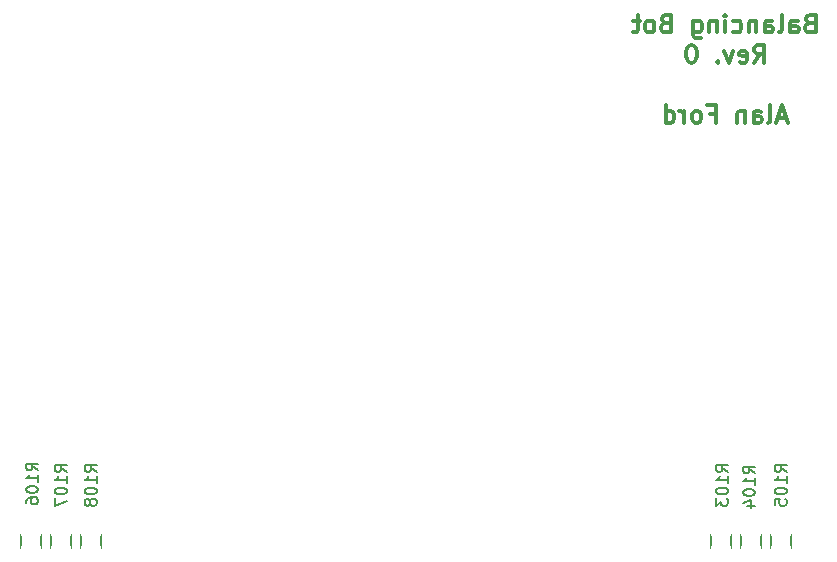
<source format=gbo>
G04 #@! TF.FileFunction,Legend,Bot*
%FSLAX46Y46*%
G04 Gerber Fmt 4.6, Leading zero omitted, Abs format (unit mm)*
G04 Created by KiCad (PCBNEW 4.0.5) date Tuesday, September 05, 2017 'PMt' 07:35:30 PM*
%MOMM*%
%LPD*%
G01*
G04 APERTURE LIST*
%ADD10C,0.100000*%
%ADD11C,0.300000*%
%ADD12C,0.150000*%
%ADD13C,3.575000*%
%ADD14C,1.700000*%
%ADD15R,1.700000X1.700000*%
%ADD16C,2.398980*%
%ADD17R,2.398980X2.398980*%
%ADD18R,2.127200X2.432000*%
%ADD19O,2.127200X2.432000*%
%ADD20R,2.940000X2.940000*%
%ADD21O,2.940000X2.940000*%
%ADD22R,1.700000X1.900000*%
%ADD23C,2.254200*%
%ADD24C,2.200000*%
G04 APERTURE END LIST*
D10*
D11*
X192908143Y-48899857D02*
X192693857Y-48971286D01*
X192622429Y-49042714D01*
X192551000Y-49185571D01*
X192551000Y-49399857D01*
X192622429Y-49542714D01*
X192693857Y-49614143D01*
X192836715Y-49685571D01*
X193408143Y-49685571D01*
X193408143Y-48185571D01*
X192908143Y-48185571D01*
X192765286Y-48257000D01*
X192693857Y-48328429D01*
X192622429Y-48471286D01*
X192622429Y-48614143D01*
X192693857Y-48757000D01*
X192765286Y-48828429D01*
X192908143Y-48899857D01*
X193408143Y-48899857D01*
X191265286Y-49685571D02*
X191265286Y-48899857D01*
X191336715Y-48757000D01*
X191479572Y-48685571D01*
X191765286Y-48685571D01*
X191908143Y-48757000D01*
X191265286Y-49614143D02*
X191408143Y-49685571D01*
X191765286Y-49685571D01*
X191908143Y-49614143D01*
X191979572Y-49471286D01*
X191979572Y-49328429D01*
X191908143Y-49185571D01*
X191765286Y-49114143D01*
X191408143Y-49114143D01*
X191265286Y-49042714D01*
X190336714Y-49685571D02*
X190479572Y-49614143D01*
X190551000Y-49471286D01*
X190551000Y-48185571D01*
X189122429Y-49685571D02*
X189122429Y-48899857D01*
X189193858Y-48757000D01*
X189336715Y-48685571D01*
X189622429Y-48685571D01*
X189765286Y-48757000D01*
X189122429Y-49614143D02*
X189265286Y-49685571D01*
X189622429Y-49685571D01*
X189765286Y-49614143D01*
X189836715Y-49471286D01*
X189836715Y-49328429D01*
X189765286Y-49185571D01*
X189622429Y-49114143D01*
X189265286Y-49114143D01*
X189122429Y-49042714D01*
X188408143Y-48685571D02*
X188408143Y-49685571D01*
X188408143Y-48828429D02*
X188336715Y-48757000D01*
X188193857Y-48685571D01*
X187979572Y-48685571D01*
X187836715Y-48757000D01*
X187765286Y-48899857D01*
X187765286Y-49685571D01*
X186408143Y-49614143D02*
X186551000Y-49685571D01*
X186836714Y-49685571D01*
X186979572Y-49614143D01*
X187051000Y-49542714D01*
X187122429Y-49399857D01*
X187122429Y-48971286D01*
X187051000Y-48828429D01*
X186979572Y-48757000D01*
X186836714Y-48685571D01*
X186551000Y-48685571D01*
X186408143Y-48757000D01*
X185765286Y-49685571D02*
X185765286Y-48685571D01*
X185765286Y-48185571D02*
X185836715Y-48257000D01*
X185765286Y-48328429D01*
X185693858Y-48257000D01*
X185765286Y-48185571D01*
X185765286Y-48328429D01*
X185051000Y-48685571D02*
X185051000Y-49685571D01*
X185051000Y-48828429D02*
X184979572Y-48757000D01*
X184836714Y-48685571D01*
X184622429Y-48685571D01*
X184479572Y-48757000D01*
X184408143Y-48899857D01*
X184408143Y-49685571D01*
X183051000Y-48685571D02*
X183051000Y-49899857D01*
X183122429Y-50042714D01*
X183193857Y-50114143D01*
X183336714Y-50185571D01*
X183551000Y-50185571D01*
X183693857Y-50114143D01*
X183051000Y-49614143D02*
X183193857Y-49685571D01*
X183479571Y-49685571D01*
X183622429Y-49614143D01*
X183693857Y-49542714D01*
X183765286Y-49399857D01*
X183765286Y-48971286D01*
X183693857Y-48828429D01*
X183622429Y-48757000D01*
X183479571Y-48685571D01*
X183193857Y-48685571D01*
X183051000Y-48757000D01*
X180693857Y-48899857D02*
X180479571Y-48971286D01*
X180408143Y-49042714D01*
X180336714Y-49185571D01*
X180336714Y-49399857D01*
X180408143Y-49542714D01*
X180479571Y-49614143D01*
X180622429Y-49685571D01*
X181193857Y-49685571D01*
X181193857Y-48185571D01*
X180693857Y-48185571D01*
X180551000Y-48257000D01*
X180479571Y-48328429D01*
X180408143Y-48471286D01*
X180408143Y-48614143D01*
X180479571Y-48757000D01*
X180551000Y-48828429D01*
X180693857Y-48899857D01*
X181193857Y-48899857D01*
X179479571Y-49685571D02*
X179622429Y-49614143D01*
X179693857Y-49542714D01*
X179765286Y-49399857D01*
X179765286Y-48971286D01*
X179693857Y-48828429D01*
X179622429Y-48757000D01*
X179479571Y-48685571D01*
X179265286Y-48685571D01*
X179122429Y-48757000D01*
X179051000Y-48828429D01*
X178979571Y-48971286D01*
X178979571Y-49399857D01*
X179051000Y-49542714D01*
X179122429Y-49614143D01*
X179265286Y-49685571D01*
X179479571Y-49685571D01*
X178551000Y-48685571D02*
X177979571Y-48685571D01*
X178336714Y-48185571D02*
X178336714Y-49471286D01*
X178265286Y-49614143D01*
X178122428Y-49685571D01*
X177979571Y-49685571D01*
X188193856Y-52235571D02*
X188693856Y-51521286D01*
X189050999Y-52235571D02*
X189050999Y-50735571D01*
X188479571Y-50735571D01*
X188336713Y-50807000D01*
X188265285Y-50878429D01*
X188193856Y-51021286D01*
X188193856Y-51235571D01*
X188265285Y-51378429D01*
X188336713Y-51449857D01*
X188479571Y-51521286D01*
X189050999Y-51521286D01*
X186979571Y-52164143D02*
X187122428Y-52235571D01*
X187408142Y-52235571D01*
X187550999Y-52164143D01*
X187622428Y-52021286D01*
X187622428Y-51449857D01*
X187550999Y-51307000D01*
X187408142Y-51235571D01*
X187122428Y-51235571D01*
X186979571Y-51307000D01*
X186908142Y-51449857D01*
X186908142Y-51592714D01*
X187622428Y-51735571D01*
X186408142Y-51235571D02*
X186050999Y-52235571D01*
X185693857Y-51235571D01*
X185122428Y-52092714D02*
X185051000Y-52164143D01*
X185122428Y-52235571D01*
X185193857Y-52164143D01*
X185122428Y-52092714D01*
X185122428Y-52235571D01*
X182979571Y-50735571D02*
X182836714Y-50735571D01*
X182693857Y-50807000D01*
X182622428Y-50878429D01*
X182550999Y-51021286D01*
X182479571Y-51307000D01*
X182479571Y-51664143D01*
X182550999Y-51949857D01*
X182622428Y-52092714D01*
X182693857Y-52164143D01*
X182836714Y-52235571D01*
X182979571Y-52235571D01*
X183122428Y-52164143D01*
X183193857Y-52092714D01*
X183265285Y-51949857D01*
X183336714Y-51664143D01*
X183336714Y-51307000D01*
X183265285Y-51021286D01*
X183193857Y-50878429D01*
X183122428Y-50807000D01*
X182979571Y-50735571D01*
X190943857Y-56907000D02*
X190229571Y-56907000D01*
X191086714Y-57335571D02*
X190586714Y-55835571D01*
X190086714Y-57335571D01*
X189372428Y-57335571D02*
X189515286Y-57264143D01*
X189586714Y-57121286D01*
X189586714Y-55835571D01*
X188158143Y-57335571D02*
X188158143Y-56549857D01*
X188229572Y-56407000D01*
X188372429Y-56335571D01*
X188658143Y-56335571D01*
X188801000Y-56407000D01*
X188158143Y-57264143D02*
X188301000Y-57335571D01*
X188658143Y-57335571D01*
X188801000Y-57264143D01*
X188872429Y-57121286D01*
X188872429Y-56978429D01*
X188801000Y-56835571D01*
X188658143Y-56764143D01*
X188301000Y-56764143D01*
X188158143Y-56692714D01*
X187443857Y-56335571D02*
X187443857Y-57335571D01*
X187443857Y-56478429D02*
X187372429Y-56407000D01*
X187229571Y-56335571D01*
X187015286Y-56335571D01*
X186872429Y-56407000D01*
X186801000Y-56549857D01*
X186801000Y-57335571D01*
X184443857Y-56549857D02*
X184943857Y-56549857D01*
X184943857Y-57335571D02*
X184943857Y-55835571D01*
X184229571Y-55835571D01*
X183443857Y-57335571D02*
X183586715Y-57264143D01*
X183658143Y-57192714D01*
X183729572Y-57049857D01*
X183729572Y-56621286D01*
X183658143Y-56478429D01*
X183586715Y-56407000D01*
X183443857Y-56335571D01*
X183229572Y-56335571D01*
X183086715Y-56407000D01*
X183015286Y-56478429D01*
X182943857Y-56621286D01*
X182943857Y-57049857D01*
X183015286Y-57192714D01*
X183086715Y-57264143D01*
X183229572Y-57335571D01*
X183443857Y-57335571D01*
X182301000Y-57335571D02*
X182301000Y-56335571D01*
X182301000Y-56621286D02*
X182229572Y-56478429D01*
X182158143Y-56407000D01*
X182015286Y-56335571D01*
X181872429Y-56335571D01*
X180729572Y-57335571D02*
X180729572Y-55835571D01*
X180729572Y-57264143D02*
X180872429Y-57335571D01*
X181158143Y-57335571D01*
X181301001Y-57264143D01*
X181372429Y-57192714D01*
X181443858Y-57049857D01*
X181443858Y-56621286D01*
X181372429Y-56478429D01*
X181301001Y-56407000D01*
X181158143Y-56335571D01*
X180872429Y-56335571D01*
X180729572Y-56407000D01*
D12*
X186295000Y-93310000D02*
X186295000Y-92110000D01*
X184545000Y-92110000D02*
X184545000Y-93310000D01*
X187085000Y-92110000D02*
X187085000Y-93310000D01*
X188835000Y-93310000D02*
X188835000Y-92110000D01*
X191375000Y-93310000D02*
X191375000Y-92110000D01*
X189625000Y-92110000D02*
X189625000Y-93310000D01*
X127875000Y-93310000D02*
X127875000Y-92110000D01*
X126125000Y-92110000D02*
X126125000Y-93310000D01*
X128665000Y-92110000D02*
X128665000Y-93310000D01*
X130415000Y-93310000D02*
X130415000Y-92110000D01*
X132955000Y-93310000D02*
X132955000Y-92110000D01*
X131205000Y-92110000D02*
X131205000Y-93310000D01*
X185999381Y-86891953D02*
X185523190Y-86558619D01*
X185999381Y-86320524D02*
X184999381Y-86320524D01*
X184999381Y-86701477D01*
X185047000Y-86796715D01*
X185094619Y-86844334D01*
X185189857Y-86891953D01*
X185332714Y-86891953D01*
X185427952Y-86844334D01*
X185475571Y-86796715D01*
X185523190Y-86701477D01*
X185523190Y-86320524D01*
X185999381Y-87844334D02*
X185999381Y-87272905D01*
X185999381Y-87558619D02*
X184999381Y-87558619D01*
X185142238Y-87463381D01*
X185237476Y-87368143D01*
X185285095Y-87272905D01*
X184999381Y-88463381D02*
X184999381Y-88558620D01*
X185047000Y-88653858D01*
X185094619Y-88701477D01*
X185189857Y-88749096D01*
X185380333Y-88796715D01*
X185618429Y-88796715D01*
X185808905Y-88749096D01*
X185904143Y-88701477D01*
X185951762Y-88653858D01*
X185999381Y-88558620D01*
X185999381Y-88463381D01*
X185951762Y-88368143D01*
X185904143Y-88320524D01*
X185808905Y-88272905D01*
X185618429Y-88225286D01*
X185380333Y-88225286D01*
X185189857Y-88272905D01*
X185094619Y-88320524D01*
X185047000Y-88368143D01*
X184999381Y-88463381D01*
X184999381Y-89130048D02*
X184999381Y-89749096D01*
X185380333Y-89415762D01*
X185380333Y-89558620D01*
X185427952Y-89653858D01*
X185475571Y-89701477D01*
X185570810Y-89749096D01*
X185808905Y-89749096D01*
X185904143Y-89701477D01*
X185951762Y-89653858D01*
X185999381Y-89558620D01*
X185999381Y-89272905D01*
X185951762Y-89177667D01*
X185904143Y-89130048D01*
X188285381Y-87018953D02*
X187809190Y-86685619D01*
X188285381Y-86447524D02*
X187285381Y-86447524D01*
X187285381Y-86828477D01*
X187333000Y-86923715D01*
X187380619Y-86971334D01*
X187475857Y-87018953D01*
X187618714Y-87018953D01*
X187713952Y-86971334D01*
X187761571Y-86923715D01*
X187809190Y-86828477D01*
X187809190Y-86447524D01*
X188285381Y-87971334D02*
X188285381Y-87399905D01*
X188285381Y-87685619D02*
X187285381Y-87685619D01*
X187428238Y-87590381D01*
X187523476Y-87495143D01*
X187571095Y-87399905D01*
X187285381Y-88590381D02*
X187285381Y-88685620D01*
X187333000Y-88780858D01*
X187380619Y-88828477D01*
X187475857Y-88876096D01*
X187666333Y-88923715D01*
X187904429Y-88923715D01*
X188094905Y-88876096D01*
X188190143Y-88828477D01*
X188237762Y-88780858D01*
X188285381Y-88685620D01*
X188285381Y-88590381D01*
X188237762Y-88495143D01*
X188190143Y-88447524D01*
X188094905Y-88399905D01*
X187904429Y-88352286D01*
X187666333Y-88352286D01*
X187475857Y-88399905D01*
X187380619Y-88447524D01*
X187333000Y-88495143D01*
X187285381Y-88590381D01*
X187618714Y-89780858D02*
X188285381Y-89780858D01*
X187237762Y-89542762D02*
X187952048Y-89304667D01*
X187952048Y-89923715D01*
X190952381Y-86891953D02*
X190476190Y-86558619D01*
X190952381Y-86320524D02*
X189952381Y-86320524D01*
X189952381Y-86701477D01*
X190000000Y-86796715D01*
X190047619Y-86844334D01*
X190142857Y-86891953D01*
X190285714Y-86891953D01*
X190380952Y-86844334D01*
X190428571Y-86796715D01*
X190476190Y-86701477D01*
X190476190Y-86320524D01*
X190952381Y-87844334D02*
X190952381Y-87272905D01*
X190952381Y-87558619D02*
X189952381Y-87558619D01*
X190095238Y-87463381D01*
X190190476Y-87368143D01*
X190238095Y-87272905D01*
X189952381Y-88463381D02*
X189952381Y-88558620D01*
X190000000Y-88653858D01*
X190047619Y-88701477D01*
X190142857Y-88749096D01*
X190333333Y-88796715D01*
X190571429Y-88796715D01*
X190761905Y-88749096D01*
X190857143Y-88701477D01*
X190904762Y-88653858D01*
X190952381Y-88558620D01*
X190952381Y-88463381D01*
X190904762Y-88368143D01*
X190857143Y-88320524D01*
X190761905Y-88272905D01*
X190571429Y-88225286D01*
X190333333Y-88225286D01*
X190142857Y-88272905D01*
X190047619Y-88320524D01*
X190000000Y-88368143D01*
X189952381Y-88463381D01*
X189952381Y-89701477D02*
X189952381Y-89225286D01*
X190428571Y-89177667D01*
X190380952Y-89225286D01*
X190333333Y-89320524D01*
X190333333Y-89558620D01*
X190380952Y-89653858D01*
X190428571Y-89701477D01*
X190523810Y-89749096D01*
X190761905Y-89749096D01*
X190857143Y-89701477D01*
X190904762Y-89653858D01*
X190952381Y-89558620D01*
X190952381Y-89320524D01*
X190904762Y-89225286D01*
X190857143Y-89177667D01*
X127579381Y-86764953D02*
X127103190Y-86431619D01*
X127579381Y-86193524D02*
X126579381Y-86193524D01*
X126579381Y-86574477D01*
X126627000Y-86669715D01*
X126674619Y-86717334D01*
X126769857Y-86764953D01*
X126912714Y-86764953D01*
X127007952Y-86717334D01*
X127055571Y-86669715D01*
X127103190Y-86574477D01*
X127103190Y-86193524D01*
X127579381Y-87717334D02*
X127579381Y-87145905D01*
X127579381Y-87431619D02*
X126579381Y-87431619D01*
X126722238Y-87336381D01*
X126817476Y-87241143D01*
X126865095Y-87145905D01*
X126579381Y-88336381D02*
X126579381Y-88431620D01*
X126627000Y-88526858D01*
X126674619Y-88574477D01*
X126769857Y-88622096D01*
X126960333Y-88669715D01*
X127198429Y-88669715D01*
X127388905Y-88622096D01*
X127484143Y-88574477D01*
X127531762Y-88526858D01*
X127579381Y-88431620D01*
X127579381Y-88336381D01*
X127531762Y-88241143D01*
X127484143Y-88193524D01*
X127388905Y-88145905D01*
X127198429Y-88098286D01*
X126960333Y-88098286D01*
X126769857Y-88145905D01*
X126674619Y-88193524D01*
X126627000Y-88241143D01*
X126579381Y-88336381D01*
X126579381Y-89526858D02*
X126579381Y-89336381D01*
X126627000Y-89241143D01*
X126674619Y-89193524D01*
X126817476Y-89098286D01*
X127007952Y-89050667D01*
X127388905Y-89050667D01*
X127484143Y-89098286D01*
X127531762Y-89145905D01*
X127579381Y-89241143D01*
X127579381Y-89431620D01*
X127531762Y-89526858D01*
X127484143Y-89574477D01*
X127388905Y-89622096D01*
X127150810Y-89622096D01*
X127055571Y-89574477D01*
X127007952Y-89526858D01*
X126960333Y-89431620D01*
X126960333Y-89241143D01*
X127007952Y-89145905D01*
X127055571Y-89098286D01*
X127150810Y-89050667D01*
X129992381Y-86891953D02*
X129516190Y-86558619D01*
X129992381Y-86320524D02*
X128992381Y-86320524D01*
X128992381Y-86701477D01*
X129040000Y-86796715D01*
X129087619Y-86844334D01*
X129182857Y-86891953D01*
X129325714Y-86891953D01*
X129420952Y-86844334D01*
X129468571Y-86796715D01*
X129516190Y-86701477D01*
X129516190Y-86320524D01*
X129992381Y-87844334D02*
X129992381Y-87272905D01*
X129992381Y-87558619D02*
X128992381Y-87558619D01*
X129135238Y-87463381D01*
X129230476Y-87368143D01*
X129278095Y-87272905D01*
X128992381Y-88463381D02*
X128992381Y-88558620D01*
X129040000Y-88653858D01*
X129087619Y-88701477D01*
X129182857Y-88749096D01*
X129373333Y-88796715D01*
X129611429Y-88796715D01*
X129801905Y-88749096D01*
X129897143Y-88701477D01*
X129944762Y-88653858D01*
X129992381Y-88558620D01*
X129992381Y-88463381D01*
X129944762Y-88368143D01*
X129897143Y-88320524D01*
X129801905Y-88272905D01*
X129611429Y-88225286D01*
X129373333Y-88225286D01*
X129182857Y-88272905D01*
X129087619Y-88320524D01*
X129040000Y-88368143D01*
X128992381Y-88463381D01*
X128992381Y-89130048D02*
X128992381Y-89796715D01*
X129992381Y-89368143D01*
X132532381Y-86891953D02*
X132056190Y-86558619D01*
X132532381Y-86320524D02*
X131532381Y-86320524D01*
X131532381Y-86701477D01*
X131580000Y-86796715D01*
X131627619Y-86844334D01*
X131722857Y-86891953D01*
X131865714Y-86891953D01*
X131960952Y-86844334D01*
X132008571Y-86796715D01*
X132056190Y-86701477D01*
X132056190Y-86320524D01*
X132532381Y-87844334D02*
X132532381Y-87272905D01*
X132532381Y-87558619D02*
X131532381Y-87558619D01*
X131675238Y-87463381D01*
X131770476Y-87368143D01*
X131818095Y-87272905D01*
X131532381Y-88463381D02*
X131532381Y-88558620D01*
X131580000Y-88653858D01*
X131627619Y-88701477D01*
X131722857Y-88749096D01*
X131913333Y-88796715D01*
X132151429Y-88796715D01*
X132341905Y-88749096D01*
X132437143Y-88701477D01*
X132484762Y-88653858D01*
X132532381Y-88558620D01*
X132532381Y-88463381D01*
X132484762Y-88368143D01*
X132437143Y-88320524D01*
X132341905Y-88272905D01*
X132151429Y-88225286D01*
X131913333Y-88225286D01*
X131722857Y-88272905D01*
X131627619Y-88320524D01*
X131580000Y-88368143D01*
X131532381Y-88463381D01*
X131960952Y-89368143D02*
X131913333Y-89272905D01*
X131865714Y-89225286D01*
X131770476Y-89177667D01*
X131722857Y-89177667D01*
X131627619Y-89225286D01*
X131580000Y-89272905D01*
X131532381Y-89368143D01*
X131532381Y-89558620D01*
X131580000Y-89653858D01*
X131627619Y-89701477D01*
X131722857Y-89749096D01*
X131770476Y-89749096D01*
X131865714Y-89701477D01*
X131913333Y-89653858D01*
X131960952Y-89558620D01*
X131960952Y-89368143D01*
X132008571Y-89272905D01*
X132056190Y-89225286D01*
X132151429Y-89177667D01*
X132341905Y-89177667D01*
X132437143Y-89225286D01*
X132484762Y-89272905D01*
X132532381Y-89368143D01*
X132532381Y-89558620D01*
X132484762Y-89653858D01*
X132437143Y-89701477D01*
X132341905Y-89749096D01*
X132151429Y-89749096D01*
X132056190Y-89701477D01*
X132008571Y-89653858D01*
X131960952Y-89558620D01*
%LPC*%
D13*
X109220000Y-116840000D03*
X203200000Y-116840000D03*
X203200000Y-43180000D03*
X109220000Y-43180000D03*
D14*
X191135000Y-102910000D03*
D15*
X191135000Y-105410000D03*
D14*
X133731000Y-102783000D03*
D15*
X133731000Y-105283000D03*
D16*
X110741460Y-48895000D03*
D17*
X110741460Y-59055000D03*
D18*
X129540000Y-115443000D03*
D19*
X127000000Y-115443000D03*
X124460000Y-115443000D03*
X121920000Y-115443000D03*
D18*
X187960000Y-115570000D03*
D19*
X185420000Y-115570000D03*
X182880000Y-115570000D03*
X180340000Y-115570000D03*
D20*
X124714000Y-52705000D03*
D21*
X129794000Y-52705000D03*
D22*
X185420000Y-91360000D03*
X185420000Y-94060000D03*
X187960000Y-94060000D03*
X187960000Y-91360000D03*
X190500000Y-91360000D03*
X190500000Y-94060000D03*
D23*
X117348000Y-54991000D03*
X117348000Y-49911000D03*
X117348000Y-52451000D03*
D18*
X176470000Y-63540000D03*
D19*
X179010000Y-63540000D03*
X181550000Y-63540000D03*
X184090000Y-63540000D03*
X186630000Y-63540000D03*
X189170000Y-63540000D03*
X191710000Y-63540000D03*
X194250000Y-63540000D03*
X116840000Y-110490000D03*
X119380000Y-110490000D03*
X121920000Y-110490000D03*
X124460000Y-110490000D03*
X127000000Y-110490000D03*
X129540000Y-110490000D03*
X132080000Y-110490000D03*
D18*
X134620000Y-110490000D03*
D19*
X134620000Y-97790000D03*
X132080000Y-97790000D03*
X129540000Y-97790000D03*
X127000000Y-97790000D03*
X124460000Y-97790000D03*
X121920000Y-97790000D03*
X119380000Y-97790000D03*
X116840000Y-97790000D03*
X175260000Y-110490000D03*
X177800000Y-110490000D03*
X180340000Y-110490000D03*
X182880000Y-110490000D03*
X185420000Y-110490000D03*
X187960000Y-110490000D03*
X190500000Y-110490000D03*
D18*
X193040000Y-110490000D03*
D19*
X193040000Y-97790000D03*
X190500000Y-97790000D03*
X187960000Y-97790000D03*
X185420000Y-97790000D03*
X182880000Y-97790000D03*
X180340000Y-97790000D03*
X177800000Y-97790000D03*
X175260000Y-97790000D03*
D24*
X155575000Y-66548000D03*
X155575000Y-69088000D03*
X155575000Y-58674000D03*
X155575000Y-56134000D03*
X158496000Y-75311000D03*
X158496000Y-72771000D03*
X158496000Y-67691000D03*
X158496000Y-70231000D03*
X158496000Y-60071000D03*
X158496000Y-57531000D03*
X158496000Y-62611000D03*
X158496000Y-65151000D03*
X158496000Y-54991000D03*
X158496000Y-52451000D03*
X158496000Y-47371000D03*
X158496000Y-49911000D03*
X143256000Y-49911000D03*
X143256000Y-47371000D03*
X143256000Y-52451000D03*
X143256000Y-54991000D03*
X143256000Y-65151000D03*
X143256000Y-62611000D03*
X143256000Y-57531000D03*
X143256000Y-60071000D03*
X143256000Y-70231000D03*
X143256000Y-67691000D03*
X143256000Y-72771000D03*
X143256000Y-75311000D03*
D18*
X162122000Y-92790000D03*
D19*
X159582000Y-92790000D03*
X157042000Y-92790000D03*
X154502000Y-92790000D03*
X151962000Y-92790000D03*
D18*
X176470000Y-83870000D03*
D19*
X179010000Y-83870000D03*
X181550000Y-83870000D03*
X184090000Y-83870000D03*
X186630000Y-83870000D03*
X189170000Y-83870000D03*
X191710000Y-83870000D03*
X194250000Y-83870000D03*
D22*
X127000000Y-91360000D03*
X127000000Y-94060000D03*
X129540000Y-94060000D03*
X129540000Y-91360000D03*
X132080000Y-91360000D03*
X132080000Y-94060000D03*
M02*

</source>
